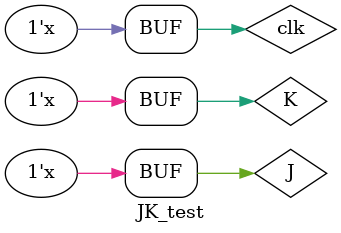
<source format=v>
`timescale 1ns / 1ps
module JK_test();
reg J;
reg K;
reg clk;
wire Q;
wire QB;
JK test(J,K,clk,Q,QB);
initial begin J=0;K=0;clk=0;end
always begin
    #5 J=~J;
end;
always begin
    #4 K=~K;
end;
always begin
    #3 clk=~clk;
end;
endmodule

</source>
